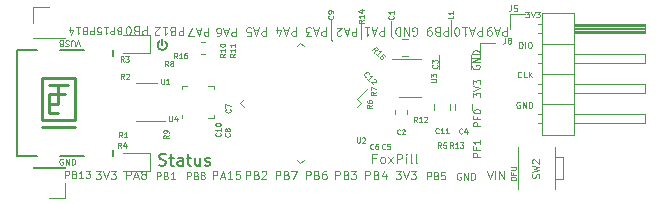
<source format=gbr>
%TF.GenerationSoftware,KiCad,Pcbnew,(5.99.0-7355-g8781ce7efb)*%
%TF.CreationDate,2021-01-22T11:19:25+01:00*%
%TF.ProjectId,FoxPill,466f7850-696c-46c2-9e6b-696361645f70,rev?*%
%TF.SameCoordinates,Original*%
%TF.FileFunction,Legend,Top*%
%TF.FilePolarity,Positive*%
%FSLAX46Y46*%
G04 Gerber Fmt 4.6, Leading zero omitted, Abs format (unit mm)*
G04 Created by KiCad (PCBNEW (5.99.0-7355-g8781ce7efb)) date 2021-01-22 11:19:25*
%MOMM*%
%LPD*%
G01*
G04 APERTURE LIST*
%ADD10C,0.250000*%
%ADD11C,0.100000*%
%ADD12C,0.150000*%
%ADD13C,0.120000*%
%ADD14C,0.112500*%
%ADD15C,0.125000*%
G04 APERTURE END LIST*
D10*
X21400000Y-29450000D02*
X22200000Y-29450000D01*
D11*
X45250000Y-23150000D02*
X45400000Y-23300000D01*
D10*
X21400000Y-27850000D02*
X21400000Y-29450000D01*
D12*
X31000000Y-23150000D02*
X31000000Y-23700000D01*
D10*
X23600000Y-30050000D02*
X23600000Y-26450000D01*
X22200000Y-28650000D02*
X21400000Y-28650000D01*
X23000000Y-27050000D02*
X21400000Y-27050000D01*
D11*
X50350000Y-22900000D02*
X50500000Y-23050000D01*
D10*
X23600000Y-26450000D02*
X20800000Y-26450000D01*
D11*
X47850000Y-21925000D02*
X47850000Y-23175000D01*
D10*
X22200000Y-27850000D02*
X22200000Y-28650000D01*
D11*
X45250000Y-21600000D02*
X45250000Y-23150000D01*
D10*
X22200000Y-27050000D02*
X22200000Y-27850000D01*
D11*
X50350000Y-21650000D02*
X50350000Y-22900000D01*
D10*
X22200000Y-27850000D02*
X21400000Y-27850000D01*
D11*
X55450000Y-21600000D02*
X55450000Y-22950000D01*
D10*
X23600000Y-30650000D02*
X20800000Y-30650000D01*
X22200000Y-27850000D02*
X22800000Y-27850000D01*
X20800000Y-30050000D02*
X23600000Y-30050000D01*
D12*
X31224996Y-23362493D02*
G75*
G02*
X30775000Y-23362493I-224998J-337370D01*
G01*
D10*
X20800000Y-26450000D02*
X20800000Y-30050000D01*
D12*
X30727976Y-33844761D02*
X30870833Y-33892380D01*
X31108928Y-33892380D01*
X31204166Y-33844761D01*
X31251785Y-33797142D01*
X31299404Y-33701904D01*
X31299404Y-33606666D01*
X31251785Y-33511428D01*
X31204166Y-33463809D01*
X31108928Y-33416190D01*
X30918452Y-33368571D01*
X30823214Y-33320952D01*
X30775595Y-33273333D01*
X30727976Y-33178095D01*
X30727976Y-33082857D01*
X30775595Y-32987619D01*
X30823214Y-32940000D01*
X30918452Y-32892380D01*
X31156547Y-32892380D01*
X31299404Y-32940000D01*
X31585119Y-33225714D02*
X31966071Y-33225714D01*
X31727976Y-32892380D02*
X31727976Y-33749523D01*
X31775595Y-33844761D01*
X31870833Y-33892380D01*
X31966071Y-33892380D01*
X32727976Y-33892380D02*
X32727976Y-33368571D01*
X32680357Y-33273333D01*
X32585119Y-33225714D01*
X32394642Y-33225714D01*
X32299404Y-33273333D01*
X32727976Y-33844761D02*
X32632738Y-33892380D01*
X32394642Y-33892380D01*
X32299404Y-33844761D01*
X32251785Y-33749523D01*
X32251785Y-33654285D01*
X32299404Y-33559047D01*
X32394642Y-33511428D01*
X32632738Y-33511428D01*
X32727976Y-33463809D01*
X33061309Y-33225714D02*
X33442261Y-33225714D01*
X33204166Y-32892380D02*
X33204166Y-33749523D01*
X33251785Y-33844761D01*
X33347023Y-33892380D01*
X33442261Y-33892380D01*
X34204166Y-33225714D02*
X34204166Y-33892380D01*
X33775595Y-33225714D02*
X33775595Y-33749523D01*
X33823214Y-33844761D01*
X33918452Y-33892380D01*
X34061309Y-33892380D01*
X34156547Y-33844761D01*
X34204166Y-33797142D01*
X34632738Y-33844761D02*
X34727976Y-33892380D01*
X34918452Y-33892380D01*
X35013690Y-33844761D01*
X35061309Y-33749523D01*
X35061309Y-33701904D01*
X35013690Y-33606666D01*
X34918452Y-33559047D01*
X34775595Y-33559047D01*
X34680357Y-33511428D01*
X34632738Y-33416190D01*
X34632738Y-33368571D01*
X34680357Y-33273333D01*
X34775595Y-33225714D01*
X34918452Y-33225714D01*
X35013690Y-33273333D01*
D11*
X61269047Y-28525000D02*
X61221428Y-28501190D01*
X61150000Y-28501190D01*
X61078571Y-28525000D01*
X61030952Y-28572619D01*
X61007142Y-28620238D01*
X60983333Y-28715476D01*
X60983333Y-28786904D01*
X61007142Y-28882142D01*
X61030952Y-28929761D01*
X61078571Y-28977380D01*
X61150000Y-29001190D01*
X61197619Y-29001190D01*
X61269047Y-28977380D01*
X61292857Y-28953571D01*
X61292857Y-28786904D01*
X61197619Y-28786904D01*
X61507142Y-29001190D02*
X61507142Y-28501190D01*
X61792857Y-29001190D01*
X61792857Y-28501190D01*
X62030952Y-29001190D02*
X62030952Y-28501190D01*
X62150000Y-28501190D01*
X62221428Y-28525000D01*
X62269047Y-28572619D01*
X62292857Y-28620238D01*
X62316666Y-28715476D01*
X62316666Y-28786904D01*
X62292857Y-28882142D01*
X62269047Y-28929761D01*
X62221428Y-28977380D01*
X62150000Y-29001190D01*
X62030952Y-29001190D01*
X61402380Y-26378571D02*
X61378571Y-26402380D01*
X61307142Y-26426190D01*
X61259523Y-26426190D01*
X61188095Y-26402380D01*
X61140476Y-26354761D01*
X61116666Y-26307142D01*
X61092857Y-26211904D01*
X61092857Y-26140476D01*
X61116666Y-26045238D01*
X61140476Y-25997619D01*
X61188095Y-25950000D01*
X61259523Y-25926190D01*
X61307142Y-25926190D01*
X61378571Y-25950000D01*
X61402380Y-25973809D01*
X61854761Y-26426190D02*
X61616666Y-26426190D01*
X61616666Y-25926190D01*
X62021428Y-26426190D02*
X62021428Y-25926190D01*
X62307142Y-26426190D02*
X62092857Y-26140476D01*
X62307142Y-25926190D02*
X62021428Y-26211904D01*
X61238095Y-23926190D02*
X61238095Y-23426190D01*
X61357142Y-23426190D01*
X61428571Y-23450000D01*
X61476190Y-23497619D01*
X61500000Y-23545238D01*
X61523809Y-23640476D01*
X61523809Y-23711904D01*
X61500000Y-23807142D01*
X61476190Y-23854761D01*
X61428571Y-23902380D01*
X61357142Y-23926190D01*
X61238095Y-23926190D01*
X61738095Y-23926190D02*
X61738095Y-23426190D01*
X62071428Y-23426190D02*
X62166666Y-23426190D01*
X62214285Y-23450000D01*
X62261904Y-23497619D01*
X62285714Y-23592857D01*
X62285714Y-23759523D01*
X62261904Y-23854761D01*
X62214285Y-23902380D01*
X62166666Y-23926190D01*
X62071428Y-23926190D01*
X62023809Y-23902380D01*
X61976190Y-23854761D01*
X61952380Y-23759523D01*
X61952380Y-23592857D01*
X61976190Y-23497619D01*
X62023809Y-23450000D01*
X62071428Y-23426190D01*
X22796428Y-34946428D02*
X22796428Y-34346428D01*
X23025000Y-34346428D01*
X23082142Y-34375000D01*
X23110714Y-34403571D01*
X23139285Y-34460714D01*
X23139285Y-34546428D01*
X23110714Y-34603571D01*
X23082142Y-34632142D01*
X23025000Y-34660714D01*
X22796428Y-34660714D01*
X23596428Y-34632142D02*
X23682142Y-34660714D01*
X23710714Y-34689285D01*
X23739285Y-34746428D01*
X23739285Y-34832142D01*
X23710714Y-34889285D01*
X23682142Y-34917857D01*
X23625000Y-34946428D01*
X23396428Y-34946428D01*
X23396428Y-34346428D01*
X23596428Y-34346428D01*
X23653571Y-34375000D01*
X23682142Y-34403571D01*
X23710714Y-34460714D01*
X23710714Y-34517857D01*
X23682142Y-34575000D01*
X23653571Y-34603571D01*
X23596428Y-34632142D01*
X23396428Y-34632142D01*
X24310714Y-34946428D02*
X23967857Y-34946428D01*
X24139285Y-34946428D02*
X24139285Y-34346428D01*
X24082142Y-34432142D01*
X24025000Y-34489285D01*
X23967857Y-34517857D01*
X24510714Y-34346428D02*
X24882142Y-34346428D01*
X24682142Y-34575000D01*
X24767857Y-34575000D01*
X24825000Y-34603571D01*
X24853571Y-34632142D01*
X24882142Y-34689285D01*
X24882142Y-34832142D01*
X24853571Y-34889285D01*
X24825000Y-34917857D01*
X24767857Y-34946428D01*
X24596428Y-34946428D01*
X24539285Y-34917857D01*
X24510714Y-34889285D01*
X38058333Y-35041666D02*
X38058333Y-34341666D01*
X38325000Y-34341666D01*
X38391666Y-34375000D01*
X38425000Y-34408333D01*
X38458333Y-34475000D01*
X38458333Y-34575000D01*
X38425000Y-34641666D01*
X38391666Y-34675000D01*
X38325000Y-34708333D01*
X38058333Y-34708333D01*
X38991666Y-34675000D02*
X39091666Y-34708333D01*
X39125000Y-34741666D01*
X39158333Y-34808333D01*
X39158333Y-34908333D01*
X39125000Y-34975000D01*
X39091666Y-35008333D01*
X39025000Y-35041666D01*
X38758333Y-35041666D01*
X38758333Y-34341666D01*
X38991666Y-34341666D01*
X39058333Y-34375000D01*
X39091666Y-34408333D01*
X39125000Y-34475000D01*
X39125000Y-34541666D01*
X39091666Y-34608333D01*
X39058333Y-34641666D01*
X38991666Y-34675000D01*
X38758333Y-34675000D01*
X39425000Y-34408333D02*
X39458333Y-34375000D01*
X39525000Y-34341666D01*
X39691666Y-34341666D01*
X39758333Y-34375000D01*
X39791666Y-34408333D01*
X39825000Y-34475000D01*
X39825000Y-34541666D01*
X39791666Y-34641666D01*
X39391666Y-35041666D01*
X39825000Y-35041666D01*
X27958333Y-35041666D02*
X27958333Y-34341666D01*
X28225000Y-34341666D01*
X28291666Y-34375000D01*
X28325000Y-34408333D01*
X28358333Y-34475000D01*
X28358333Y-34575000D01*
X28325000Y-34641666D01*
X28291666Y-34675000D01*
X28225000Y-34708333D01*
X27958333Y-34708333D01*
X28625000Y-34841666D02*
X28958333Y-34841666D01*
X28558333Y-35041666D02*
X28791666Y-34341666D01*
X29025000Y-35041666D01*
X29358333Y-34641666D02*
X29291666Y-34608333D01*
X29258333Y-34575000D01*
X29225000Y-34508333D01*
X29225000Y-34475000D01*
X29258333Y-34408333D01*
X29291666Y-34375000D01*
X29358333Y-34341666D01*
X29491666Y-34341666D01*
X29558333Y-34375000D01*
X29591666Y-34408333D01*
X29625000Y-34475000D01*
X29625000Y-34508333D01*
X29591666Y-34575000D01*
X29558333Y-34608333D01*
X29491666Y-34641666D01*
X29358333Y-34641666D01*
X29291666Y-34675000D01*
X29258333Y-34708333D01*
X29225000Y-34775000D01*
X29225000Y-34908333D01*
X29258333Y-34975000D01*
X29291666Y-35008333D01*
X29358333Y-35041666D01*
X29491666Y-35041666D01*
X29558333Y-35008333D01*
X29591666Y-34975000D01*
X29625000Y-34908333D01*
X29625000Y-34775000D01*
X29591666Y-34708333D01*
X29558333Y-34675000D01*
X29491666Y-34641666D01*
X40608333Y-35041666D02*
X40608333Y-34341666D01*
X40875000Y-34341666D01*
X40941666Y-34375000D01*
X40975000Y-34408333D01*
X41008333Y-34475000D01*
X41008333Y-34575000D01*
X40975000Y-34641666D01*
X40941666Y-34675000D01*
X40875000Y-34708333D01*
X40608333Y-34708333D01*
X41541666Y-34675000D02*
X41641666Y-34708333D01*
X41675000Y-34741666D01*
X41708333Y-34808333D01*
X41708333Y-34908333D01*
X41675000Y-34975000D01*
X41641666Y-35008333D01*
X41575000Y-35041666D01*
X41308333Y-35041666D01*
X41308333Y-34341666D01*
X41541666Y-34341666D01*
X41608333Y-34375000D01*
X41641666Y-34408333D01*
X41675000Y-34475000D01*
X41675000Y-34541666D01*
X41641666Y-34608333D01*
X41608333Y-34641666D01*
X41541666Y-34675000D01*
X41308333Y-34675000D01*
X41941666Y-34341666D02*
X42408333Y-34341666D01*
X42108333Y-35041666D01*
X33082142Y-35046428D02*
X33082142Y-34446428D01*
X33310714Y-34446428D01*
X33367857Y-34475000D01*
X33396428Y-34503571D01*
X33425000Y-34560714D01*
X33425000Y-34646428D01*
X33396428Y-34703571D01*
X33367857Y-34732142D01*
X33310714Y-34760714D01*
X33082142Y-34760714D01*
X33882142Y-34732142D02*
X33967857Y-34760714D01*
X33996428Y-34789285D01*
X34025000Y-34846428D01*
X34025000Y-34932142D01*
X33996428Y-34989285D01*
X33967857Y-35017857D01*
X33910714Y-35046428D01*
X33682142Y-35046428D01*
X33682142Y-34446428D01*
X33882142Y-34446428D01*
X33939285Y-34475000D01*
X33967857Y-34503571D01*
X33996428Y-34560714D01*
X33996428Y-34617857D01*
X33967857Y-34675000D01*
X33939285Y-34703571D01*
X33882142Y-34732142D01*
X33682142Y-34732142D01*
X34367857Y-34703571D02*
X34310714Y-34675000D01*
X34282142Y-34646428D01*
X34253571Y-34589285D01*
X34253571Y-34560714D01*
X34282142Y-34503571D01*
X34310714Y-34475000D01*
X34367857Y-34446428D01*
X34482142Y-34446428D01*
X34539285Y-34475000D01*
X34567857Y-34503571D01*
X34596428Y-34560714D01*
X34596428Y-34589285D01*
X34567857Y-34646428D01*
X34539285Y-34675000D01*
X34482142Y-34703571D01*
X34367857Y-34703571D01*
X34310714Y-34732142D01*
X34282142Y-34760714D01*
X34253571Y-34817857D01*
X34253571Y-34932142D01*
X34282142Y-34989285D01*
X34310714Y-35017857D01*
X34367857Y-35046428D01*
X34482142Y-35046428D01*
X34539285Y-35017857D01*
X34567857Y-34989285D01*
X34596428Y-34932142D01*
X34596428Y-34817857D01*
X34567857Y-34760714D01*
X34539285Y-34732142D01*
X34482142Y-34703571D01*
X35275000Y-35041666D02*
X35275000Y-34341666D01*
X35541666Y-34341666D01*
X35608333Y-34375000D01*
X35641666Y-34408333D01*
X35675000Y-34475000D01*
X35675000Y-34575000D01*
X35641666Y-34641666D01*
X35608333Y-34675000D01*
X35541666Y-34708333D01*
X35275000Y-34708333D01*
X35941666Y-34841666D02*
X36275000Y-34841666D01*
X35875000Y-35041666D02*
X36108333Y-34341666D01*
X36341666Y-35041666D01*
X36941666Y-35041666D02*
X36541666Y-35041666D01*
X36741666Y-35041666D02*
X36741666Y-34341666D01*
X36675000Y-34441666D01*
X36608333Y-34508333D01*
X36541666Y-34541666D01*
X37575000Y-34341666D02*
X37241666Y-34341666D01*
X37208333Y-34675000D01*
X37241666Y-34641666D01*
X37308333Y-34608333D01*
X37475000Y-34608333D01*
X37541666Y-34641666D01*
X37575000Y-34675000D01*
X37608333Y-34741666D01*
X37608333Y-34908333D01*
X37575000Y-34975000D01*
X37541666Y-35008333D01*
X37475000Y-35041666D01*
X37308333Y-35041666D01*
X37241666Y-35008333D01*
X37208333Y-34975000D01*
X30532142Y-35046428D02*
X30532142Y-34446428D01*
X30760714Y-34446428D01*
X30817857Y-34475000D01*
X30846428Y-34503571D01*
X30875000Y-34560714D01*
X30875000Y-34646428D01*
X30846428Y-34703571D01*
X30817857Y-34732142D01*
X30760714Y-34760714D01*
X30532142Y-34760714D01*
X31332142Y-34732142D02*
X31417857Y-34760714D01*
X31446428Y-34789285D01*
X31475000Y-34846428D01*
X31475000Y-34932142D01*
X31446428Y-34989285D01*
X31417857Y-35017857D01*
X31360714Y-35046428D01*
X31132142Y-35046428D01*
X31132142Y-34446428D01*
X31332142Y-34446428D01*
X31389285Y-34475000D01*
X31417857Y-34503571D01*
X31446428Y-34560714D01*
X31446428Y-34617857D01*
X31417857Y-34675000D01*
X31389285Y-34703571D01*
X31332142Y-34732142D01*
X31132142Y-34732142D01*
X32046428Y-35046428D02*
X31703571Y-35046428D01*
X31875000Y-35046428D02*
X31875000Y-34446428D01*
X31817857Y-34532142D01*
X31760714Y-34589285D01*
X31703571Y-34617857D01*
X58508333Y-34341666D02*
X58741666Y-35041666D01*
X58975000Y-34341666D01*
X59208333Y-35041666D02*
X59208333Y-34341666D01*
X59541666Y-35041666D02*
X59541666Y-34341666D01*
X59941666Y-35041666D01*
X59941666Y-34341666D01*
X56267857Y-34525000D02*
X56210714Y-34496428D01*
X56125000Y-34496428D01*
X56039285Y-34525000D01*
X55982142Y-34582142D01*
X55953571Y-34639285D01*
X55925000Y-34753571D01*
X55925000Y-34839285D01*
X55953571Y-34953571D01*
X55982142Y-35010714D01*
X56039285Y-35067857D01*
X56125000Y-35096428D01*
X56182142Y-35096428D01*
X56267857Y-35067857D01*
X56296428Y-35039285D01*
X56296428Y-34839285D01*
X56182142Y-34839285D01*
X56553571Y-35096428D02*
X56553571Y-34496428D01*
X56896428Y-35096428D01*
X56896428Y-34496428D01*
X57182142Y-35096428D02*
X57182142Y-34496428D01*
X57325000Y-34496428D01*
X57410714Y-34525000D01*
X57467857Y-34582142D01*
X57496428Y-34639285D01*
X57525000Y-34753571D01*
X57525000Y-34839285D01*
X57496428Y-34953571D01*
X57467857Y-35010714D01*
X57410714Y-35067857D01*
X57325000Y-35096428D01*
X57182142Y-35096428D01*
X43158333Y-35041666D02*
X43158333Y-34341666D01*
X43425000Y-34341666D01*
X43491666Y-34375000D01*
X43525000Y-34408333D01*
X43558333Y-34475000D01*
X43558333Y-34575000D01*
X43525000Y-34641666D01*
X43491666Y-34675000D01*
X43425000Y-34708333D01*
X43158333Y-34708333D01*
X44091666Y-34675000D02*
X44191666Y-34708333D01*
X44225000Y-34741666D01*
X44258333Y-34808333D01*
X44258333Y-34908333D01*
X44225000Y-34975000D01*
X44191666Y-35008333D01*
X44125000Y-35041666D01*
X43858333Y-35041666D01*
X43858333Y-34341666D01*
X44091666Y-34341666D01*
X44158333Y-34375000D01*
X44191666Y-34408333D01*
X44225000Y-34475000D01*
X44225000Y-34541666D01*
X44191666Y-34608333D01*
X44158333Y-34641666D01*
X44091666Y-34675000D01*
X43858333Y-34675000D01*
X44858333Y-34341666D02*
X44725000Y-34341666D01*
X44658333Y-34375000D01*
X44625000Y-34408333D01*
X44558333Y-34508333D01*
X44525000Y-34641666D01*
X44525000Y-34908333D01*
X44558333Y-34975000D01*
X44591666Y-35008333D01*
X44658333Y-35041666D01*
X44791666Y-35041666D01*
X44858333Y-35008333D01*
X44891666Y-34975000D01*
X44925000Y-34908333D01*
X44925000Y-34741666D01*
X44891666Y-34675000D01*
X44858333Y-34641666D01*
X44791666Y-34608333D01*
X44658333Y-34608333D01*
X44591666Y-34641666D01*
X44558333Y-34675000D01*
X44525000Y-34741666D01*
X50758333Y-34341666D02*
X51191666Y-34341666D01*
X50958333Y-34608333D01*
X51058333Y-34608333D01*
X51125000Y-34641666D01*
X51158333Y-34675000D01*
X51191666Y-34741666D01*
X51191666Y-34908333D01*
X51158333Y-34975000D01*
X51125000Y-35008333D01*
X51058333Y-35041666D01*
X50858333Y-35041666D01*
X50791666Y-35008333D01*
X50758333Y-34975000D01*
X51391666Y-34341666D02*
X51625000Y-35041666D01*
X51858333Y-34341666D01*
X52025000Y-34341666D02*
X52458333Y-34341666D01*
X52225000Y-34608333D01*
X52325000Y-34608333D01*
X52391666Y-34641666D01*
X52425000Y-34675000D01*
X52458333Y-34741666D01*
X52458333Y-34908333D01*
X52425000Y-34975000D01*
X52391666Y-35008333D01*
X52325000Y-35041666D01*
X52125000Y-35041666D01*
X52058333Y-35008333D01*
X52025000Y-34975000D01*
X45658333Y-35041666D02*
X45658333Y-34341666D01*
X45925000Y-34341666D01*
X45991666Y-34375000D01*
X46025000Y-34408333D01*
X46058333Y-34475000D01*
X46058333Y-34575000D01*
X46025000Y-34641666D01*
X45991666Y-34675000D01*
X45925000Y-34708333D01*
X45658333Y-34708333D01*
X46591666Y-34675000D02*
X46691666Y-34708333D01*
X46725000Y-34741666D01*
X46758333Y-34808333D01*
X46758333Y-34908333D01*
X46725000Y-34975000D01*
X46691666Y-35008333D01*
X46625000Y-35041666D01*
X46358333Y-35041666D01*
X46358333Y-34341666D01*
X46591666Y-34341666D01*
X46658333Y-34375000D01*
X46691666Y-34408333D01*
X46725000Y-34475000D01*
X46725000Y-34541666D01*
X46691666Y-34608333D01*
X46658333Y-34641666D01*
X46591666Y-34675000D01*
X46358333Y-34675000D01*
X46991666Y-34341666D02*
X47425000Y-34341666D01*
X47191666Y-34608333D01*
X47291666Y-34608333D01*
X47358333Y-34641666D01*
X47391666Y-34675000D01*
X47425000Y-34741666D01*
X47425000Y-34908333D01*
X47391666Y-34975000D01*
X47358333Y-35008333D01*
X47291666Y-35041666D01*
X47091666Y-35041666D01*
X47025000Y-35008333D01*
X46991666Y-34975000D01*
X48208333Y-35041666D02*
X48208333Y-34341666D01*
X48475000Y-34341666D01*
X48541666Y-34375000D01*
X48575000Y-34408333D01*
X48608333Y-34475000D01*
X48608333Y-34575000D01*
X48575000Y-34641666D01*
X48541666Y-34675000D01*
X48475000Y-34708333D01*
X48208333Y-34708333D01*
X49141666Y-34675000D02*
X49241666Y-34708333D01*
X49275000Y-34741666D01*
X49308333Y-34808333D01*
X49308333Y-34908333D01*
X49275000Y-34975000D01*
X49241666Y-35008333D01*
X49175000Y-35041666D01*
X48908333Y-35041666D01*
X48908333Y-34341666D01*
X49141666Y-34341666D01*
X49208333Y-34375000D01*
X49241666Y-34408333D01*
X49275000Y-34475000D01*
X49275000Y-34541666D01*
X49241666Y-34608333D01*
X49208333Y-34641666D01*
X49141666Y-34675000D01*
X48908333Y-34675000D01*
X49908333Y-34575000D02*
X49908333Y-35041666D01*
X49741666Y-34308333D02*
X49575000Y-34808333D01*
X50008333Y-34808333D01*
X53432142Y-35046428D02*
X53432142Y-34446428D01*
X53660714Y-34446428D01*
X53717857Y-34475000D01*
X53746428Y-34503571D01*
X53775000Y-34560714D01*
X53775000Y-34646428D01*
X53746428Y-34703571D01*
X53717857Y-34732142D01*
X53660714Y-34760714D01*
X53432142Y-34760714D01*
X54232142Y-34732142D02*
X54317857Y-34760714D01*
X54346428Y-34789285D01*
X54375000Y-34846428D01*
X54375000Y-34932142D01*
X54346428Y-34989285D01*
X54317857Y-35017857D01*
X54260714Y-35046428D01*
X54032142Y-35046428D01*
X54032142Y-34446428D01*
X54232142Y-34446428D01*
X54289285Y-34475000D01*
X54317857Y-34503571D01*
X54346428Y-34560714D01*
X54346428Y-34617857D01*
X54317857Y-34675000D01*
X54289285Y-34703571D01*
X54232142Y-34732142D01*
X54032142Y-34732142D01*
X54917857Y-34446428D02*
X54632142Y-34446428D01*
X54603571Y-34732142D01*
X54632142Y-34703571D01*
X54689285Y-34675000D01*
X54832142Y-34675000D01*
X54889285Y-34703571D01*
X54917857Y-34732142D01*
X54946428Y-34789285D01*
X54946428Y-34932142D01*
X54917857Y-34989285D01*
X54889285Y-35017857D01*
X54832142Y-35046428D01*
X54689285Y-35046428D01*
X54632142Y-35017857D01*
X54603571Y-34989285D01*
X32800000Y-22158333D02*
X32800000Y-22858333D01*
X32533333Y-22858333D01*
X32466666Y-22825000D01*
X32433333Y-22791666D01*
X32400000Y-22725000D01*
X32400000Y-22625000D01*
X32433333Y-22558333D01*
X32466666Y-22525000D01*
X32533333Y-22491666D01*
X32800000Y-22491666D01*
X31866666Y-22525000D02*
X31766666Y-22491666D01*
X31733333Y-22458333D01*
X31700000Y-22391666D01*
X31700000Y-22291666D01*
X31733333Y-22225000D01*
X31766666Y-22191666D01*
X31833333Y-22158333D01*
X32100000Y-22158333D01*
X32100000Y-22858333D01*
X31866666Y-22858333D01*
X31800000Y-22825000D01*
X31766666Y-22791666D01*
X31733333Y-22725000D01*
X31733333Y-22658333D01*
X31766666Y-22591666D01*
X31800000Y-22558333D01*
X31866666Y-22525000D01*
X32100000Y-22525000D01*
X31033333Y-22158333D02*
X31433333Y-22158333D01*
X31233333Y-22158333D02*
X31233333Y-22858333D01*
X31300000Y-22758333D01*
X31366666Y-22691666D01*
X31433333Y-22658333D01*
X30766666Y-22791666D02*
X30733333Y-22825000D01*
X30666666Y-22858333D01*
X30500000Y-22858333D01*
X30433333Y-22825000D01*
X30400000Y-22791666D01*
X30366666Y-22725000D01*
X30366666Y-22658333D01*
X30400000Y-22558333D01*
X30800000Y-22158333D01*
X30366666Y-22158333D01*
X29696666Y-22093333D02*
X29696666Y-22793333D01*
X29430000Y-22793333D01*
X29363333Y-22760000D01*
X29330000Y-22726666D01*
X29296666Y-22660000D01*
X29296666Y-22560000D01*
X29330000Y-22493333D01*
X29363333Y-22460000D01*
X29430000Y-22426666D01*
X29696666Y-22426666D01*
X28763333Y-22460000D02*
X28663333Y-22426666D01*
X28630000Y-22393333D01*
X28596666Y-22326666D01*
X28596666Y-22226666D01*
X28630000Y-22160000D01*
X28663333Y-22126666D01*
X28730000Y-22093333D01*
X28996666Y-22093333D01*
X28996666Y-22793333D01*
X28763333Y-22793333D01*
X28696666Y-22760000D01*
X28663333Y-22726666D01*
X28630000Y-22660000D01*
X28630000Y-22593333D01*
X28663333Y-22526666D01*
X28696666Y-22493333D01*
X28763333Y-22460000D01*
X28996666Y-22460000D01*
X28163333Y-22793333D02*
X28096666Y-22793333D01*
X28030000Y-22760000D01*
X27996666Y-22726666D01*
X27963333Y-22660000D01*
X27930000Y-22526666D01*
X27930000Y-22360000D01*
X27963333Y-22226666D01*
X27996666Y-22160000D01*
X28030000Y-22126666D01*
X28096666Y-22093333D01*
X28163333Y-22093333D01*
X28230000Y-22126666D01*
X28263333Y-22160000D01*
X28296666Y-22226666D01*
X28330000Y-22360000D01*
X28330000Y-22526666D01*
X28296666Y-22660000D01*
X28263333Y-22726666D01*
X28230000Y-22760000D01*
X28163333Y-22793333D01*
X58075000Y-22183333D02*
X58075000Y-22883333D01*
X57808333Y-22883333D01*
X57741666Y-22850000D01*
X57708333Y-22816666D01*
X57675000Y-22750000D01*
X57675000Y-22650000D01*
X57708333Y-22583333D01*
X57741666Y-22550000D01*
X57808333Y-22516666D01*
X58075000Y-22516666D01*
X57408333Y-22383333D02*
X57075000Y-22383333D01*
X57475000Y-22183333D02*
X57241666Y-22883333D01*
X57008333Y-22183333D01*
X56408333Y-22183333D02*
X56808333Y-22183333D01*
X56608333Y-22183333D02*
X56608333Y-22883333D01*
X56675000Y-22783333D01*
X56741666Y-22716666D01*
X56808333Y-22683333D01*
X55975000Y-22883333D02*
X55908333Y-22883333D01*
X55841666Y-22850000D01*
X55808333Y-22816666D01*
X55775000Y-22750000D01*
X55741666Y-22616666D01*
X55741666Y-22450000D01*
X55775000Y-22316666D01*
X55808333Y-22250000D01*
X55841666Y-22216666D01*
X55908333Y-22183333D01*
X55975000Y-22183333D01*
X56041666Y-22216666D01*
X56075000Y-22250000D01*
X56108333Y-22316666D01*
X56141666Y-22450000D01*
X56141666Y-22616666D01*
X56108333Y-22750000D01*
X56075000Y-22816666D01*
X56041666Y-22850000D01*
X55975000Y-22883333D01*
X55191666Y-22183333D02*
X55191666Y-22883333D01*
X54925000Y-22883333D01*
X54858333Y-22850000D01*
X54825000Y-22816666D01*
X54791666Y-22750000D01*
X54791666Y-22650000D01*
X54825000Y-22583333D01*
X54858333Y-22550000D01*
X54925000Y-22516666D01*
X55191666Y-22516666D01*
X54258333Y-22550000D02*
X54158333Y-22516666D01*
X54125000Y-22483333D01*
X54091666Y-22416666D01*
X54091666Y-22316666D01*
X54125000Y-22250000D01*
X54158333Y-22216666D01*
X54225000Y-22183333D01*
X54491666Y-22183333D01*
X54491666Y-22883333D01*
X54258333Y-22883333D01*
X54191666Y-22850000D01*
X54158333Y-22816666D01*
X54125000Y-22750000D01*
X54125000Y-22683333D01*
X54158333Y-22616666D01*
X54191666Y-22583333D01*
X54258333Y-22550000D01*
X54491666Y-22550000D01*
X53758333Y-22183333D02*
X53625000Y-22183333D01*
X53558333Y-22216666D01*
X53525000Y-22250000D01*
X53458333Y-22350000D01*
X53425000Y-22483333D01*
X53425000Y-22750000D01*
X53458333Y-22816666D01*
X53491666Y-22850000D01*
X53558333Y-22883333D01*
X53691666Y-22883333D01*
X53758333Y-22850000D01*
X53791666Y-22816666D01*
X53825000Y-22750000D01*
X53825000Y-22583333D01*
X53791666Y-22516666D01*
X53758333Y-22483333D01*
X53691666Y-22450000D01*
X53558333Y-22450000D01*
X53491666Y-22483333D01*
X53458333Y-22516666D01*
X53425000Y-22583333D01*
X39791666Y-22183333D02*
X39791666Y-22883333D01*
X39525000Y-22883333D01*
X39458333Y-22850000D01*
X39425000Y-22816666D01*
X39391666Y-22750000D01*
X39391666Y-22650000D01*
X39425000Y-22583333D01*
X39458333Y-22550000D01*
X39525000Y-22516666D01*
X39791666Y-22516666D01*
X39125000Y-22383333D02*
X38791666Y-22383333D01*
X39191666Y-22183333D02*
X38958333Y-22883333D01*
X38725000Y-22183333D01*
X38158333Y-22883333D02*
X38491666Y-22883333D01*
X38525000Y-22550000D01*
X38491666Y-22583333D01*
X38425000Y-22616666D01*
X38258333Y-22616666D01*
X38191666Y-22583333D01*
X38158333Y-22550000D01*
X38125000Y-22483333D01*
X38125000Y-22316666D01*
X38158333Y-22250000D01*
X38191666Y-22216666D01*
X38258333Y-22183333D01*
X38425000Y-22183333D01*
X38491666Y-22216666D01*
X38525000Y-22250000D01*
X42316666Y-22183333D02*
X42316666Y-22883333D01*
X42050000Y-22883333D01*
X41983333Y-22850000D01*
X41950000Y-22816666D01*
X41916666Y-22750000D01*
X41916666Y-22650000D01*
X41950000Y-22583333D01*
X41983333Y-22550000D01*
X42050000Y-22516666D01*
X42316666Y-22516666D01*
X41650000Y-22383333D02*
X41316666Y-22383333D01*
X41716666Y-22183333D02*
X41483333Y-22883333D01*
X41250000Y-22183333D01*
X40716666Y-22650000D02*
X40716666Y-22183333D01*
X40883333Y-22916666D02*
X41050000Y-22416666D01*
X40616666Y-22416666D01*
X52208333Y-22850000D02*
X52275000Y-22883333D01*
X52375000Y-22883333D01*
X52475000Y-22850000D01*
X52541666Y-22783333D01*
X52575000Y-22716666D01*
X52608333Y-22583333D01*
X52608333Y-22483333D01*
X52575000Y-22350000D01*
X52541666Y-22283333D01*
X52475000Y-22216666D01*
X52375000Y-22183333D01*
X52308333Y-22183333D01*
X52208333Y-22216666D01*
X52175000Y-22250000D01*
X52175000Y-22483333D01*
X52308333Y-22483333D01*
X51875000Y-22183333D02*
X51875000Y-22883333D01*
X51475000Y-22183333D01*
X51475000Y-22883333D01*
X51141666Y-22183333D02*
X51141666Y-22883333D01*
X50975000Y-22883333D01*
X50875000Y-22850000D01*
X50808333Y-22783333D01*
X50775000Y-22716666D01*
X50741666Y-22583333D01*
X50741666Y-22483333D01*
X50775000Y-22350000D01*
X50808333Y-22283333D01*
X50875000Y-22216666D01*
X50975000Y-22183333D01*
X51141666Y-22183333D01*
X49796666Y-22183333D02*
X49796666Y-22883333D01*
X49530000Y-22883333D01*
X49463333Y-22850000D01*
X49430000Y-22816666D01*
X49396666Y-22750000D01*
X49396666Y-22650000D01*
X49430000Y-22583333D01*
X49463333Y-22550000D01*
X49530000Y-22516666D01*
X49796666Y-22516666D01*
X49130000Y-22383333D02*
X48796666Y-22383333D01*
X49196666Y-22183333D02*
X48963333Y-22883333D01*
X48730000Y-22183333D01*
X48130000Y-22183333D02*
X48530000Y-22183333D01*
X48330000Y-22183333D02*
X48330000Y-22883333D01*
X48396666Y-22783333D01*
X48463333Y-22716666D01*
X48530000Y-22683333D01*
X47441666Y-22208333D02*
X47441666Y-22908333D01*
X47175000Y-22908333D01*
X47108333Y-22875000D01*
X47075000Y-22841666D01*
X47041666Y-22775000D01*
X47041666Y-22675000D01*
X47075000Y-22608333D01*
X47108333Y-22575000D01*
X47175000Y-22541666D01*
X47441666Y-22541666D01*
X46775000Y-22408333D02*
X46441666Y-22408333D01*
X46841666Y-22208333D02*
X46608333Y-22908333D01*
X46375000Y-22208333D01*
X46175000Y-22841666D02*
X46141666Y-22875000D01*
X46075000Y-22908333D01*
X45908333Y-22908333D01*
X45841666Y-22875000D01*
X45808333Y-22841666D01*
X45775000Y-22775000D01*
X45775000Y-22708333D01*
X45808333Y-22608333D01*
X46208333Y-22208333D01*
X45775000Y-22208333D01*
X44841666Y-22183333D02*
X44841666Y-22883333D01*
X44575000Y-22883333D01*
X44508333Y-22850000D01*
X44475000Y-22816666D01*
X44441666Y-22750000D01*
X44441666Y-22650000D01*
X44475000Y-22583333D01*
X44508333Y-22550000D01*
X44575000Y-22516666D01*
X44841666Y-22516666D01*
X44175000Y-22383333D02*
X43841666Y-22383333D01*
X44241666Y-22183333D02*
X44008333Y-22883333D01*
X43775000Y-22183333D01*
X43608333Y-22883333D02*
X43175000Y-22883333D01*
X43408333Y-22616666D01*
X43308333Y-22616666D01*
X43241666Y-22583333D01*
X43208333Y-22550000D01*
X43175000Y-22483333D01*
X43175000Y-22316666D01*
X43208333Y-22250000D01*
X43241666Y-22216666D01*
X43308333Y-22183333D01*
X43508333Y-22183333D01*
X43575000Y-22216666D01*
X43608333Y-22250000D01*
X25203571Y-22178571D02*
X25203571Y-22778571D01*
X24975000Y-22778571D01*
X24917857Y-22750000D01*
X24889285Y-22721428D01*
X24860714Y-22664285D01*
X24860714Y-22578571D01*
X24889285Y-22521428D01*
X24917857Y-22492857D01*
X24975000Y-22464285D01*
X25203571Y-22464285D01*
X24403571Y-22492857D02*
X24317857Y-22464285D01*
X24289285Y-22435714D01*
X24260714Y-22378571D01*
X24260714Y-22292857D01*
X24289285Y-22235714D01*
X24317857Y-22207142D01*
X24375000Y-22178571D01*
X24603571Y-22178571D01*
X24603571Y-22778571D01*
X24403571Y-22778571D01*
X24346428Y-22750000D01*
X24317857Y-22721428D01*
X24289285Y-22664285D01*
X24289285Y-22607142D01*
X24317857Y-22550000D01*
X24346428Y-22521428D01*
X24403571Y-22492857D01*
X24603571Y-22492857D01*
X23689285Y-22178571D02*
X24032142Y-22178571D01*
X23860714Y-22178571D02*
X23860714Y-22778571D01*
X23917857Y-22692857D01*
X23975000Y-22635714D01*
X24032142Y-22607142D01*
X23175000Y-22578571D02*
X23175000Y-22178571D01*
X23317857Y-22807142D02*
X23460714Y-22378571D01*
X23089285Y-22378571D01*
X27353571Y-22492857D02*
X27267857Y-22464285D01*
X27239285Y-22435714D01*
X27210714Y-22378571D01*
X27210714Y-22292857D01*
X27239285Y-22235714D01*
X27267857Y-22207142D01*
X27325000Y-22178571D01*
X27553571Y-22178571D01*
X27553571Y-22778571D01*
X27353571Y-22778571D01*
X27296428Y-22750000D01*
X27267857Y-22721428D01*
X27239285Y-22664285D01*
X27239285Y-22607142D01*
X27267857Y-22550000D01*
X27296428Y-22521428D01*
X27353571Y-22492857D01*
X27553571Y-22492857D01*
X26953571Y-22178571D02*
X26953571Y-22778571D01*
X26725000Y-22778571D01*
X26667857Y-22750000D01*
X26639285Y-22721428D01*
X26610714Y-22664285D01*
X26610714Y-22578571D01*
X26639285Y-22521428D01*
X26667857Y-22492857D01*
X26725000Y-22464285D01*
X26953571Y-22464285D01*
X26039285Y-22178571D02*
X26382142Y-22178571D01*
X26210714Y-22178571D02*
X26210714Y-22778571D01*
X26267857Y-22692857D01*
X26325000Y-22635714D01*
X26382142Y-22607142D01*
X25496428Y-22778571D02*
X25782142Y-22778571D01*
X25810714Y-22492857D01*
X25782142Y-22521428D01*
X25725000Y-22550000D01*
X25582142Y-22550000D01*
X25525000Y-22521428D01*
X25496428Y-22492857D01*
X25467857Y-22435714D01*
X25467857Y-22292857D01*
X25496428Y-22235714D01*
X25525000Y-22207142D01*
X25582142Y-22178571D01*
X25725000Y-22178571D01*
X25782142Y-22207142D01*
X25810714Y-22235714D01*
X37241666Y-22233333D02*
X37241666Y-22933333D01*
X36975000Y-22933333D01*
X36908333Y-22900000D01*
X36875000Y-22866666D01*
X36841666Y-22800000D01*
X36841666Y-22700000D01*
X36875000Y-22633333D01*
X36908333Y-22600000D01*
X36975000Y-22566666D01*
X37241666Y-22566666D01*
X36575000Y-22433333D02*
X36241666Y-22433333D01*
X36641666Y-22233333D02*
X36408333Y-22933333D01*
X36175000Y-22233333D01*
X35641666Y-22933333D02*
X35775000Y-22933333D01*
X35841666Y-22900000D01*
X35875000Y-22866666D01*
X35941666Y-22766666D01*
X35975000Y-22633333D01*
X35975000Y-22366666D01*
X35941666Y-22300000D01*
X35908333Y-22266666D01*
X35841666Y-22233333D01*
X35708333Y-22233333D01*
X35641666Y-22266666D01*
X35608333Y-22300000D01*
X35575000Y-22366666D01*
X35575000Y-22533333D01*
X35608333Y-22600000D01*
X35641666Y-22633333D01*
X35708333Y-22666666D01*
X35841666Y-22666666D01*
X35908333Y-22633333D01*
X35941666Y-22600000D01*
X35975000Y-22533333D01*
X34916666Y-22208333D02*
X34916666Y-22908333D01*
X34650000Y-22908333D01*
X34583333Y-22875000D01*
X34550000Y-22841666D01*
X34516666Y-22775000D01*
X34516666Y-22675000D01*
X34550000Y-22608333D01*
X34583333Y-22575000D01*
X34650000Y-22541666D01*
X34916666Y-22541666D01*
X34250000Y-22408333D02*
X33916666Y-22408333D01*
X34316666Y-22208333D02*
X34083333Y-22908333D01*
X33850000Y-22208333D01*
X33683333Y-22908333D02*
X33216666Y-22908333D01*
X33516666Y-22208333D01*
X60166666Y-22183333D02*
X60166666Y-22883333D01*
X59900000Y-22883333D01*
X59833333Y-22850000D01*
X59800000Y-22816666D01*
X59766666Y-22750000D01*
X59766666Y-22650000D01*
X59800000Y-22583333D01*
X59833333Y-22550000D01*
X59900000Y-22516666D01*
X60166666Y-22516666D01*
X59500000Y-22383333D02*
X59166666Y-22383333D01*
X59566666Y-22183333D02*
X59333333Y-22883333D01*
X59100000Y-22183333D01*
X58833333Y-22183333D02*
X58700000Y-22183333D01*
X58633333Y-22216666D01*
X58600000Y-22250000D01*
X58533333Y-22350000D01*
X58500000Y-22483333D01*
X58500000Y-22750000D01*
X58533333Y-22816666D01*
X58566666Y-22850000D01*
X58633333Y-22883333D01*
X58766666Y-22883333D01*
X58833333Y-22850000D01*
X58866666Y-22816666D01*
X58900000Y-22750000D01*
X58900000Y-22583333D01*
X58866666Y-22516666D01*
X58833333Y-22483333D01*
X58766666Y-22450000D01*
X58633333Y-22450000D01*
X58566666Y-22483333D01*
X58533333Y-22516666D01*
X58500000Y-22583333D01*
X24076666Y-23793809D02*
X23910000Y-23293809D01*
X23743333Y-23793809D01*
X23576666Y-23793809D02*
X23576666Y-23389047D01*
X23552857Y-23341428D01*
X23529047Y-23317619D01*
X23481428Y-23293809D01*
X23386190Y-23293809D01*
X23338571Y-23317619D01*
X23314761Y-23341428D01*
X23290952Y-23389047D01*
X23290952Y-23793809D01*
X23076666Y-23317619D02*
X23005238Y-23293809D01*
X22886190Y-23293809D01*
X22838571Y-23317619D01*
X22814761Y-23341428D01*
X22790952Y-23389047D01*
X22790952Y-23436666D01*
X22814761Y-23484285D01*
X22838571Y-23508095D01*
X22886190Y-23531904D01*
X22981428Y-23555714D01*
X23029047Y-23579523D01*
X23052857Y-23603333D01*
X23076666Y-23650952D01*
X23076666Y-23698571D01*
X23052857Y-23746190D01*
X23029047Y-23770000D01*
X22981428Y-23793809D01*
X22862380Y-23793809D01*
X22790952Y-23770000D01*
X22410000Y-23555714D02*
X22338571Y-23531904D01*
X22314761Y-23508095D01*
X22290952Y-23460476D01*
X22290952Y-23389047D01*
X22314761Y-23341428D01*
X22338571Y-23317619D01*
X22386190Y-23293809D01*
X22576666Y-23293809D01*
X22576666Y-23793809D01*
X22410000Y-23793809D01*
X22362380Y-23770000D01*
X22338571Y-23746190D01*
X22314761Y-23698571D01*
X22314761Y-23650952D01*
X22338571Y-23603333D01*
X22362380Y-23579523D01*
X22410000Y-23555714D01*
X22576666Y-23555714D01*
X61740952Y-20846190D02*
X62050476Y-20846190D01*
X61883809Y-21036666D01*
X61955238Y-21036666D01*
X62002857Y-21060476D01*
X62026666Y-21084285D01*
X62050476Y-21131904D01*
X62050476Y-21250952D01*
X62026666Y-21298571D01*
X62002857Y-21322380D01*
X61955238Y-21346190D01*
X61812380Y-21346190D01*
X61764761Y-21322380D01*
X61740952Y-21298571D01*
X62193333Y-20846190D02*
X62360000Y-21346190D01*
X62526666Y-20846190D01*
X62645714Y-20846190D02*
X62955238Y-20846190D01*
X62788571Y-21036666D01*
X62860000Y-21036666D01*
X62907619Y-21060476D01*
X62931428Y-21084285D01*
X62955238Y-21131904D01*
X62955238Y-21250952D01*
X62931428Y-21298571D01*
X62907619Y-21322380D01*
X62860000Y-21346190D01*
X62717142Y-21346190D01*
X62669523Y-21322380D01*
X62645714Y-21298571D01*
X57295000Y-25397142D02*
X57266428Y-25454285D01*
X57266428Y-25540000D01*
X57295000Y-25625714D01*
X57352142Y-25682857D01*
X57409285Y-25711428D01*
X57523571Y-25740000D01*
X57609285Y-25740000D01*
X57723571Y-25711428D01*
X57780714Y-25682857D01*
X57837857Y-25625714D01*
X57866428Y-25540000D01*
X57866428Y-25482857D01*
X57837857Y-25397142D01*
X57809285Y-25368571D01*
X57609285Y-25368571D01*
X57609285Y-25482857D01*
X57866428Y-25111428D02*
X57266428Y-25111428D01*
X57866428Y-24768571D01*
X57266428Y-24768571D01*
X57866428Y-24482857D02*
X57266428Y-24482857D01*
X57266428Y-24340000D01*
X57295000Y-24254285D01*
X57352142Y-24197142D01*
X57409285Y-24168571D01*
X57523571Y-24140000D01*
X57609285Y-24140000D01*
X57723571Y-24168571D01*
X57780714Y-24197142D01*
X57837857Y-24254285D01*
X57866428Y-24340000D01*
X57866428Y-24482857D01*
D13*
X49069047Y-33272857D02*
X48802380Y-33272857D01*
X48802380Y-33691904D02*
X48802380Y-32891904D01*
X49183333Y-32891904D01*
X49602380Y-33691904D02*
X49526190Y-33653809D01*
X49488095Y-33615714D01*
X49450000Y-33539523D01*
X49450000Y-33310952D01*
X49488095Y-33234761D01*
X49526190Y-33196666D01*
X49602380Y-33158571D01*
X49716666Y-33158571D01*
X49792857Y-33196666D01*
X49830952Y-33234761D01*
X49869047Y-33310952D01*
X49869047Y-33539523D01*
X49830952Y-33615714D01*
X49792857Y-33653809D01*
X49716666Y-33691904D01*
X49602380Y-33691904D01*
X50135714Y-33691904D02*
X50554761Y-33158571D01*
X50135714Y-33158571D02*
X50554761Y-33691904D01*
X50859523Y-33691904D02*
X50859523Y-32891904D01*
X51164285Y-32891904D01*
X51240476Y-32930000D01*
X51278571Y-32968095D01*
X51316666Y-33044285D01*
X51316666Y-33158571D01*
X51278571Y-33234761D01*
X51240476Y-33272857D01*
X51164285Y-33310952D01*
X50859523Y-33310952D01*
X51659523Y-33691904D02*
X51659523Y-33158571D01*
X51659523Y-32891904D02*
X51621428Y-32930000D01*
X51659523Y-32968095D01*
X51697619Y-32930000D01*
X51659523Y-32891904D01*
X51659523Y-32968095D01*
X52154761Y-33691904D02*
X52078571Y-33653809D01*
X52040476Y-33577619D01*
X52040476Y-32891904D01*
X52573809Y-33691904D02*
X52497619Y-33653809D01*
X52459523Y-33577619D01*
X52459523Y-32891904D01*
D11*
X22579047Y-33340000D02*
X22531428Y-33316190D01*
X22460000Y-33316190D01*
X22388571Y-33340000D01*
X22340952Y-33387619D01*
X22317142Y-33435238D01*
X22293333Y-33530476D01*
X22293333Y-33601904D01*
X22317142Y-33697142D01*
X22340952Y-33744761D01*
X22388571Y-33792380D01*
X22460000Y-33816190D01*
X22507619Y-33816190D01*
X22579047Y-33792380D01*
X22602857Y-33768571D01*
X22602857Y-33601904D01*
X22507619Y-33601904D01*
X22817142Y-33816190D02*
X22817142Y-33316190D01*
X23102857Y-33816190D01*
X23102857Y-33316190D01*
X23340952Y-33816190D02*
X23340952Y-33316190D01*
X23460000Y-33316190D01*
X23531428Y-33340000D01*
X23579047Y-33387619D01*
X23602857Y-33435238D01*
X23626666Y-33530476D01*
X23626666Y-33601904D01*
X23602857Y-33697142D01*
X23579047Y-33744761D01*
X23531428Y-33792380D01*
X23460000Y-33816190D01*
X23340952Y-33816190D01*
D14*
X60953571Y-35096428D02*
X60503571Y-35096428D01*
X60503571Y-34989285D01*
X60525000Y-34925000D01*
X60567857Y-34882142D01*
X60610714Y-34860714D01*
X60696428Y-34839285D01*
X60760714Y-34839285D01*
X60846428Y-34860714D01*
X60889285Y-34882142D01*
X60932142Y-34925000D01*
X60953571Y-34989285D01*
X60953571Y-35096428D01*
X60717857Y-34496428D02*
X60717857Y-34646428D01*
X60953571Y-34646428D02*
X60503571Y-34646428D01*
X60503571Y-34432142D01*
X60503571Y-34260714D02*
X60867857Y-34260714D01*
X60910714Y-34239285D01*
X60932142Y-34217857D01*
X60953571Y-34175000D01*
X60953571Y-34089285D01*
X60932142Y-34046428D01*
X60910714Y-34025000D01*
X60867857Y-34003571D01*
X60503571Y-34003571D01*
D11*
X57946428Y-30550000D02*
X57346428Y-30550000D01*
X57346428Y-30321428D01*
X57375000Y-30264285D01*
X57403571Y-30235714D01*
X57460714Y-30207142D01*
X57546428Y-30207142D01*
X57603571Y-30235714D01*
X57632142Y-30264285D01*
X57660714Y-30321428D01*
X57660714Y-30550000D01*
X57632142Y-29750000D02*
X57632142Y-29950000D01*
X57946428Y-29950000D02*
X57346428Y-29950000D01*
X57346428Y-29664285D01*
X57346428Y-29321428D02*
X57346428Y-29264285D01*
X57375000Y-29207142D01*
X57403571Y-29178571D01*
X57460714Y-29150000D01*
X57575000Y-29121428D01*
X57717857Y-29121428D01*
X57832142Y-29150000D01*
X57889285Y-29178571D01*
X57917857Y-29207142D01*
X57946428Y-29264285D01*
X57946428Y-29321428D01*
X57917857Y-29378571D01*
X57889285Y-29407142D01*
X57832142Y-29435714D01*
X57717857Y-29464285D01*
X57575000Y-29464285D01*
X57460714Y-29435714D01*
X57403571Y-29407142D01*
X57375000Y-29378571D01*
X57346428Y-29321428D01*
X57921428Y-33150000D02*
X57321428Y-33150000D01*
X57321428Y-32921428D01*
X57350000Y-32864285D01*
X57378571Y-32835714D01*
X57435714Y-32807142D01*
X57521428Y-32807142D01*
X57578571Y-32835714D01*
X57607142Y-32864285D01*
X57635714Y-32921428D01*
X57635714Y-33150000D01*
X57607142Y-32350000D02*
X57607142Y-32550000D01*
X57921428Y-32550000D02*
X57321428Y-32550000D01*
X57321428Y-32264285D01*
X57921428Y-31721428D02*
X57921428Y-32064285D01*
X57921428Y-31892857D02*
X57321428Y-31892857D01*
X57407142Y-31950000D01*
X57464285Y-32007142D01*
X57492857Y-32064285D01*
X57346428Y-28092857D02*
X57346428Y-27721428D01*
X57575000Y-27921428D01*
X57575000Y-27835714D01*
X57603571Y-27778571D01*
X57632142Y-27750000D01*
X57689285Y-27721428D01*
X57832142Y-27721428D01*
X57889285Y-27750000D01*
X57917857Y-27778571D01*
X57946428Y-27835714D01*
X57946428Y-28007142D01*
X57917857Y-28064285D01*
X57889285Y-28092857D01*
X57346428Y-27550000D02*
X57946428Y-27350000D01*
X57346428Y-27150000D01*
X57346428Y-27007142D02*
X57346428Y-26635714D01*
X57575000Y-26835714D01*
X57575000Y-26750000D01*
X57603571Y-26692857D01*
X57632142Y-26664285D01*
X57689285Y-26635714D01*
X57832142Y-26635714D01*
X57889285Y-26664285D01*
X57917857Y-26692857D01*
X57946428Y-26750000D01*
X57946428Y-26921428D01*
X57917857Y-26978571D01*
X57889285Y-27007142D01*
X25358333Y-34341666D02*
X25791666Y-34341666D01*
X25558333Y-34608333D01*
X25658333Y-34608333D01*
X25725000Y-34641666D01*
X25758333Y-34675000D01*
X25791666Y-34741666D01*
X25791666Y-34908333D01*
X25758333Y-34975000D01*
X25725000Y-35008333D01*
X25658333Y-35041666D01*
X25458333Y-35041666D01*
X25391666Y-35008333D01*
X25358333Y-34975000D01*
X25991666Y-34341666D02*
X26225000Y-35041666D01*
X26458333Y-34341666D01*
X26625000Y-34341666D02*
X27058333Y-34341666D01*
X26825000Y-34608333D01*
X26925000Y-34608333D01*
X26991666Y-34641666D01*
X27025000Y-34675000D01*
X27058333Y-34741666D01*
X27058333Y-34908333D01*
X27025000Y-34975000D01*
X26991666Y-35008333D01*
X26925000Y-35041666D01*
X26725000Y-35041666D01*
X26658333Y-35008333D01*
X26625000Y-34975000D01*
D14*
X27615000Y-31503571D02*
X27465000Y-31289285D01*
X27357857Y-31503571D02*
X27357857Y-31053571D01*
X27529285Y-31053571D01*
X27572142Y-31075000D01*
X27593571Y-31096428D01*
X27615000Y-31139285D01*
X27615000Y-31203571D01*
X27593571Y-31246428D01*
X27572142Y-31267857D01*
X27529285Y-31289285D01*
X27357857Y-31289285D01*
X28043571Y-31503571D02*
X27786428Y-31503571D01*
X27915000Y-31503571D02*
X27915000Y-31053571D01*
X27872142Y-31117857D01*
X27829285Y-31160714D01*
X27786428Y-31182142D01*
X27755000Y-26553571D02*
X27605000Y-26339285D01*
X27497857Y-26553571D02*
X27497857Y-26103571D01*
X27669285Y-26103571D01*
X27712142Y-26125000D01*
X27733571Y-26146428D01*
X27755000Y-26189285D01*
X27755000Y-26253571D01*
X27733571Y-26296428D01*
X27712142Y-26317857D01*
X27669285Y-26339285D01*
X27497857Y-26339285D01*
X27926428Y-26146428D02*
X27947857Y-26125000D01*
X27990714Y-26103571D01*
X28097857Y-26103571D01*
X28140714Y-26125000D01*
X28162142Y-26146428D01*
X28183571Y-26189285D01*
X28183571Y-26232142D01*
X28162142Y-26296428D01*
X27905000Y-26553571D01*
X28183571Y-26553571D01*
X27735000Y-25103571D02*
X27585000Y-24889285D01*
X27477857Y-25103571D02*
X27477857Y-24653571D01*
X27649285Y-24653571D01*
X27692142Y-24675000D01*
X27713571Y-24696428D01*
X27735000Y-24739285D01*
X27735000Y-24803571D01*
X27713571Y-24846428D01*
X27692142Y-24867857D01*
X27649285Y-24889285D01*
X27477857Y-24889285D01*
X27885000Y-24653571D02*
X28163571Y-24653571D01*
X28013571Y-24825000D01*
X28077857Y-24825000D01*
X28120714Y-24846428D01*
X28142142Y-24867857D01*
X28163571Y-24910714D01*
X28163571Y-25017857D01*
X28142142Y-25060714D01*
X28120714Y-25082142D01*
X28077857Y-25103571D01*
X27949285Y-25103571D01*
X27906428Y-25082142D01*
X27885000Y-25060714D01*
X27545000Y-32403571D02*
X27395000Y-32189285D01*
X27287857Y-32403571D02*
X27287857Y-31953571D01*
X27459285Y-31953571D01*
X27502142Y-31975000D01*
X27523571Y-31996428D01*
X27545000Y-32039285D01*
X27545000Y-32103571D01*
X27523571Y-32146428D01*
X27502142Y-32167857D01*
X27459285Y-32189285D01*
X27287857Y-32189285D01*
X27930714Y-32103571D02*
X27930714Y-32403571D01*
X27823571Y-31932142D02*
X27716428Y-32253571D01*
X27995000Y-32253571D01*
X30907142Y-26528571D02*
X30907142Y-26892857D01*
X30928571Y-26935714D01*
X30950000Y-26957142D01*
X30992857Y-26978571D01*
X31078571Y-26978571D01*
X31121428Y-26957142D01*
X31142857Y-26935714D01*
X31164285Y-26892857D01*
X31164285Y-26528571D01*
X31614285Y-26978571D02*
X31357142Y-26978571D01*
X31485714Y-26978571D02*
X31485714Y-26528571D01*
X31442857Y-26592857D01*
X31400000Y-26635714D01*
X31357142Y-26657142D01*
X31525000Y-25463571D02*
X31375000Y-25249285D01*
X31267857Y-25463571D02*
X31267857Y-25013571D01*
X31439285Y-25013571D01*
X31482142Y-25035000D01*
X31503571Y-25056428D01*
X31525000Y-25099285D01*
X31525000Y-25163571D01*
X31503571Y-25206428D01*
X31482142Y-25227857D01*
X31439285Y-25249285D01*
X31267857Y-25249285D01*
X31782142Y-25206428D02*
X31739285Y-25185000D01*
X31717857Y-25163571D01*
X31696428Y-25120714D01*
X31696428Y-25099285D01*
X31717857Y-25056428D01*
X31739285Y-25035000D01*
X31782142Y-25013571D01*
X31867857Y-25013571D01*
X31910714Y-25035000D01*
X31932142Y-25056428D01*
X31953571Y-25099285D01*
X31953571Y-25120714D01*
X31932142Y-25163571D01*
X31910714Y-25185000D01*
X31867857Y-25206428D01*
X31782142Y-25206428D01*
X31739285Y-25227857D01*
X31717857Y-25249285D01*
X31696428Y-25292142D01*
X31696428Y-25377857D01*
X31717857Y-25420714D01*
X31739285Y-25442142D01*
X31782142Y-25463571D01*
X31867857Y-25463571D01*
X31910714Y-25442142D01*
X31932142Y-25420714D01*
X31953571Y-25377857D01*
X31953571Y-25292142D01*
X31932142Y-25249285D01*
X31910714Y-25227857D01*
X31867857Y-25206428D01*
X31553571Y-31325000D02*
X31339285Y-31475000D01*
X31553571Y-31582142D02*
X31103571Y-31582142D01*
X31103571Y-31410714D01*
X31125000Y-31367857D01*
X31146428Y-31346428D01*
X31189285Y-31325000D01*
X31253571Y-31325000D01*
X31296428Y-31346428D01*
X31317857Y-31367857D01*
X31339285Y-31410714D01*
X31339285Y-31582142D01*
X31553571Y-31110714D02*
X31553571Y-31025000D01*
X31532142Y-30982142D01*
X31510714Y-30960714D01*
X31446428Y-30917857D01*
X31360714Y-30896428D01*
X31189285Y-30896428D01*
X31146428Y-30917857D01*
X31125000Y-30939285D01*
X31103571Y-30982142D01*
X31103571Y-31067857D01*
X31125000Y-31110714D01*
X31146428Y-31132142D01*
X31189285Y-31153571D01*
X31296428Y-31153571D01*
X31339285Y-31132142D01*
X31360714Y-31110714D01*
X31382142Y-31067857D01*
X31382142Y-30982142D01*
X31360714Y-30939285D01*
X31339285Y-30917857D01*
X31296428Y-30896428D01*
X31587142Y-29673571D02*
X31587142Y-30037857D01*
X31608571Y-30080714D01*
X31630000Y-30102142D01*
X31672857Y-30123571D01*
X31758571Y-30123571D01*
X31801428Y-30102142D01*
X31822857Y-30080714D01*
X31844285Y-30037857D01*
X31844285Y-29673571D01*
X32251428Y-29823571D02*
X32251428Y-30123571D01*
X32144285Y-29652142D02*
X32037142Y-29973571D01*
X32315714Y-29973571D01*
X48875000Y-32460714D02*
X48853571Y-32482142D01*
X48789285Y-32503571D01*
X48746428Y-32503571D01*
X48682142Y-32482142D01*
X48639285Y-32439285D01*
X48617857Y-32396428D01*
X48596428Y-32310714D01*
X48596428Y-32246428D01*
X48617857Y-32160714D01*
X48639285Y-32117857D01*
X48682142Y-32075000D01*
X48746428Y-32053571D01*
X48789285Y-32053571D01*
X48853571Y-32075000D01*
X48875000Y-32096428D01*
X49260714Y-32053571D02*
X49175000Y-32053571D01*
X49132142Y-32075000D01*
X49110714Y-32096428D01*
X49067857Y-32160714D01*
X49046428Y-32246428D01*
X49046428Y-32417857D01*
X49067857Y-32460714D01*
X49089285Y-32482142D01*
X49132142Y-32503571D01*
X49217857Y-32503571D01*
X49260714Y-32482142D01*
X49282142Y-32460714D01*
X49303571Y-32417857D01*
X49303571Y-32310714D01*
X49282142Y-32267857D01*
X49260714Y-32246428D01*
X49217857Y-32225000D01*
X49132142Y-32225000D01*
X49089285Y-32246428D01*
X49067857Y-32267857D01*
X49046428Y-32310714D01*
X36760714Y-29125000D02*
X36782142Y-29146428D01*
X36803571Y-29210714D01*
X36803571Y-29253571D01*
X36782142Y-29317857D01*
X36739285Y-29360714D01*
X36696428Y-29382142D01*
X36610714Y-29403571D01*
X36546428Y-29403571D01*
X36460714Y-29382142D01*
X36417857Y-29360714D01*
X36375000Y-29317857D01*
X36353571Y-29253571D01*
X36353571Y-29210714D01*
X36375000Y-29146428D01*
X36396428Y-29125000D01*
X36353571Y-28975000D02*
X36353571Y-28675000D01*
X36803571Y-28867857D01*
X36695714Y-31165000D02*
X36717142Y-31186428D01*
X36738571Y-31250714D01*
X36738571Y-31293571D01*
X36717142Y-31357857D01*
X36674285Y-31400714D01*
X36631428Y-31422142D01*
X36545714Y-31443571D01*
X36481428Y-31443571D01*
X36395714Y-31422142D01*
X36352857Y-31400714D01*
X36310000Y-31357857D01*
X36288571Y-31293571D01*
X36288571Y-31250714D01*
X36310000Y-31186428D01*
X36331428Y-31165000D01*
X36481428Y-30907857D02*
X36460000Y-30950714D01*
X36438571Y-30972142D01*
X36395714Y-30993571D01*
X36374285Y-30993571D01*
X36331428Y-30972142D01*
X36310000Y-30950714D01*
X36288571Y-30907857D01*
X36288571Y-30822142D01*
X36310000Y-30779285D01*
X36331428Y-30757857D01*
X36374285Y-30736428D01*
X36395714Y-30736428D01*
X36438571Y-30757857D01*
X36460000Y-30779285D01*
X36481428Y-30822142D01*
X36481428Y-30907857D01*
X36502857Y-30950714D01*
X36524285Y-30972142D01*
X36567142Y-30993571D01*
X36652857Y-30993571D01*
X36695714Y-30972142D01*
X36717142Y-30950714D01*
X36738571Y-30907857D01*
X36738571Y-30822142D01*
X36717142Y-30779285D01*
X36695714Y-30757857D01*
X36652857Y-30736428D01*
X36567142Y-30736428D01*
X36524285Y-30757857D01*
X36502857Y-30779285D01*
X36481428Y-30822142D01*
X35910714Y-31139285D02*
X35932142Y-31160714D01*
X35953571Y-31225000D01*
X35953571Y-31267857D01*
X35932142Y-31332142D01*
X35889285Y-31375000D01*
X35846428Y-31396428D01*
X35760714Y-31417857D01*
X35696428Y-31417857D01*
X35610714Y-31396428D01*
X35567857Y-31375000D01*
X35525000Y-31332142D01*
X35503571Y-31267857D01*
X35503571Y-31225000D01*
X35525000Y-31160714D01*
X35546428Y-31139285D01*
X35953571Y-30710714D02*
X35953571Y-30967857D01*
X35953571Y-30839285D02*
X35503571Y-30839285D01*
X35567857Y-30882142D01*
X35610714Y-30925000D01*
X35632142Y-30967857D01*
X35503571Y-30432142D02*
X35503571Y-30389285D01*
X35525000Y-30346428D01*
X35546428Y-30325000D01*
X35589285Y-30303571D01*
X35675000Y-30282142D01*
X35782142Y-30282142D01*
X35867857Y-30303571D01*
X35910714Y-30325000D01*
X35932142Y-30346428D01*
X35953571Y-30389285D01*
X35953571Y-30432142D01*
X35932142Y-30475000D01*
X35910714Y-30496428D01*
X35867857Y-30517857D01*
X35782142Y-30539285D01*
X35675000Y-30539285D01*
X35589285Y-30517857D01*
X35546428Y-30496428D01*
X35525000Y-30475000D01*
X35503571Y-30432142D01*
X36333571Y-24419285D02*
X36119285Y-24569285D01*
X36333571Y-24676428D02*
X35883571Y-24676428D01*
X35883571Y-24505000D01*
X35905000Y-24462142D01*
X35926428Y-24440714D01*
X35969285Y-24419285D01*
X36033571Y-24419285D01*
X36076428Y-24440714D01*
X36097857Y-24462142D01*
X36119285Y-24505000D01*
X36119285Y-24676428D01*
X36333571Y-23990714D02*
X36333571Y-24247857D01*
X36333571Y-24119285D02*
X35883571Y-24119285D01*
X35947857Y-24162142D01*
X35990714Y-24205000D01*
X36012142Y-24247857D01*
X35883571Y-23712142D02*
X35883571Y-23669285D01*
X35905000Y-23626428D01*
X35926428Y-23605000D01*
X35969285Y-23583571D01*
X36055000Y-23562142D01*
X36162142Y-23562142D01*
X36247857Y-23583571D01*
X36290714Y-23605000D01*
X36312142Y-23626428D01*
X36333571Y-23669285D01*
X36333571Y-23712142D01*
X36312142Y-23755000D01*
X36290714Y-23776428D01*
X36247857Y-23797857D01*
X36162142Y-23819285D01*
X36055000Y-23819285D01*
X35969285Y-23797857D01*
X35926428Y-23776428D01*
X35905000Y-23755000D01*
X35883571Y-23712142D01*
X37183571Y-24419285D02*
X36969285Y-24569285D01*
X37183571Y-24676428D02*
X36733571Y-24676428D01*
X36733571Y-24505000D01*
X36755000Y-24462142D01*
X36776428Y-24440714D01*
X36819285Y-24419285D01*
X36883571Y-24419285D01*
X36926428Y-24440714D01*
X36947857Y-24462142D01*
X36969285Y-24505000D01*
X36969285Y-24676428D01*
X37183571Y-23990714D02*
X37183571Y-24247857D01*
X37183571Y-24119285D02*
X36733571Y-24119285D01*
X36797857Y-24162142D01*
X36840714Y-24205000D01*
X36862142Y-24247857D01*
X37183571Y-23562142D02*
X37183571Y-23819285D01*
X37183571Y-23690714D02*
X36733571Y-23690714D01*
X36797857Y-23733571D01*
X36840714Y-23776428D01*
X36862142Y-23819285D01*
X48753571Y-28775000D02*
X48539285Y-28925000D01*
X48753571Y-29032142D02*
X48303571Y-29032142D01*
X48303571Y-28860714D01*
X48325000Y-28817857D01*
X48346428Y-28796428D01*
X48389285Y-28775000D01*
X48453571Y-28775000D01*
X48496428Y-28796428D01*
X48517857Y-28817857D01*
X48539285Y-28860714D01*
X48539285Y-29032142D01*
X48303571Y-28389285D02*
X48303571Y-28475000D01*
X48325000Y-28517857D01*
X48346428Y-28539285D01*
X48410714Y-28582142D01*
X48496428Y-28603571D01*
X48667857Y-28603571D01*
X48710714Y-28582142D01*
X48732142Y-28560714D01*
X48753571Y-28517857D01*
X48753571Y-28432142D01*
X48732142Y-28389285D01*
X48710714Y-28367857D01*
X48667857Y-28346428D01*
X48560714Y-28346428D01*
X48517857Y-28367857D01*
X48496428Y-28389285D01*
X48475000Y-28432142D01*
X48475000Y-28517857D01*
X48496428Y-28560714D01*
X48517857Y-28582142D01*
X48560714Y-28603571D01*
X54270714Y-25355000D02*
X54292142Y-25376428D01*
X54313571Y-25440714D01*
X54313571Y-25483571D01*
X54292142Y-25547857D01*
X54249285Y-25590714D01*
X54206428Y-25612142D01*
X54120714Y-25633571D01*
X54056428Y-25633571D01*
X53970714Y-25612142D01*
X53927857Y-25590714D01*
X53885000Y-25547857D01*
X53863571Y-25483571D01*
X53863571Y-25440714D01*
X53885000Y-25376428D01*
X53906428Y-25355000D01*
X53863571Y-25205000D02*
X53863571Y-24926428D01*
X54035000Y-25076428D01*
X54035000Y-25012142D01*
X54056428Y-24969285D01*
X54077857Y-24947857D01*
X54120714Y-24926428D01*
X54227857Y-24926428D01*
X54270714Y-24947857D01*
X54292142Y-24969285D01*
X54313571Y-25012142D01*
X54313571Y-25140714D01*
X54292142Y-25183571D01*
X54270714Y-25205000D01*
X53773571Y-26822857D02*
X54137857Y-26822857D01*
X54180714Y-26801428D01*
X54202142Y-26780000D01*
X54223571Y-26737142D01*
X54223571Y-26651428D01*
X54202142Y-26608571D01*
X54180714Y-26587142D01*
X54137857Y-26565714D01*
X53773571Y-26565714D01*
X53773571Y-26394285D02*
X53773571Y-26115714D01*
X53945000Y-26265714D01*
X53945000Y-26201428D01*
X53966428Y-26158571D01*
X53987857Y-26137142D01*
X54030714Y-26115714D01*
X54137857Y-26115714D01*
X54180714Y-26137142D01*
X54202142Y-26158571D01*
X54223571Y-26201428D01*
X54223571Y-26330000D01*
X54202142Y-26372857D01*
X54180714Y-26394285D01*
X54625000Y-32383571D02*
X54475000Y-32169285D01*
X54367857Y-32383571D02*
X54367857Y-31933571D01*
X54539285Y-31933571D01*
X54582142Y-31955000D01*
X54603571Y-31976428D01*
X54625000Y-32019285D01*
X54625000Y-32083571D01*
X54603571Y-32126428D01*
X54582142Y-32147857D01*
X54539285Y-32169285D01*
X54367857Y-32169285D01*
X55032142Y-31933571D02*
X54817857Y-31933571D01*
X54796428Y-32147857D01*
X54817857Y-32126428D01*
X54860714Y-32105000D01*
X54967857Y-32105000D01*
X55010714Y-32126428D01*
X55032142Y-32147857D01*
X55053571Y-32190714D01*
X55053571Y-32297857D01*
X55032142Y-32340714D01*
X55010714Y-32362142D01*
X54967857Y-32383571D01*
X54860714Y-32383571D01*
X54817857Y-32362142D01*
X54796428Y-32340714D01*
X49103571Y-27675000D02*
X48889285Y-27825000D01*
X49103571Y-27932142D02*
X48653571Y-27932142D01*
X48653571Y-27760714D01*
X48675000Y-27717857D01*
X48696428Y-27696428D01*
X48739285Y-27675000D01*
X48803571Y-27675000D01*
X48846428Y-27696428D01*
X48867857Y-27717857D01*
X48889285Y-27760714D01*
X48889285Y-27932142D01*
X48653571Y-27525000D02*
X48653571Y-27225000D01*
X49103571Y-27417857D01*
X56415000Y-31140714D02*
X56393571Y-31162142D01*
X56329285Y-31183571D01*
X56286428Y-31183571D01*
X56222142Y-31162142D01*
X56179285Y-31119285D01*
X56157857Y-31076428D01*
X56136428Y-30990714D01*
X56136428Y-30926428D01*
X56157857Y-30840714D01*
X56179285Y-30797857D01*
X56222142Y-30755000D01*
X56286428Y-30733571D01*
X56329285Y-30733571D01*
X56393571Y-30755000D01*
X56415000Y-30776428D01*
X56800714Y-30883571D02*
X56800714Y-31183571D01*
X56693571Y-30712142D02*
X56586428Y-31033571D01*
X56865000Y-31033571D01*
X50560714Y-21225000D02*
X50582142Y-21246428D01*
X50603571Y-21310714D01*
X50603571Y-21353571D01*
X50582142Y-21417857D01*
X50539285Y-21460714D01*
X50496428Y-21482142D01*
X50410714Y-21503571D01*
X50346428Y-21503571D01*
X50260714Y-21482142D01*
X50217857Y-21460714D01*
X50175000Y-21417857D01*
X50153571Y-21353571D01*
X50153571Y-21310714D01*
X50175000Y-21246428D01*
X50196428Y-21225000D01*
X50603571Y-20796428D02*
X50603571Y-21053571D01*
X50603571Y-20925000D02*
X50153571Y-20925000D01*
X50217857Y-20967857D01*
X50260714Y-21010714D01*
X50282142Y-21053571D01*
X47457142Y-31503571D02*
X47457142Y-31867857D01*
X47478571Y-31910714D01*
X47500000Y-31932142D01*
X47542857Y-31953571D01*
X47628571Y-31953571D01*
X47671428Y-31932142D01*
X47692857Y-31910714D01*
X47714285Y-31867857D01*
X47714285Y-31503571D01*
X47907142Y-31546428D02*
X47928571Y-31525000D01*
X47971428Y-31503571D01*
X48078571Y-31503571D01*
X48121428Y-31525000D01*
X48142857Y-31546428D01*
X48164285Y-31589285D01*
X48164285Y-31632142D01*
X48142857Y-31696428D01*
X47885714Y-31953571D01*
X48164285Y-31953571D01*
X55653571Y-21205000D02*
X55653571Y-21419285D01*
X55203571Y-21419285D01*
X55653571Y-20819285D02*
X55653571Y-21076428D01*
X55653571Y-20947857D02*
X55203571Y-20947857D01*
X55267857Y-20990714D01*
X55310714Y-21033571D01*
X55332142Y-21076428D01*
X45455714Y-21185000D02*
X45477142Y-21206428D01*
X45498571Y-21270714D01*
X45498571Y-21313571D01*
X45477142Y-21377857D01*
X45434285Y-21420714D01*
X45391428Y-21442142D01*
X45305714Y-21463571D01*
X45241428Y-21463571D01*
X45155714Y-21442142D01*
X45112857Y-21420714D01*
X45070000Y-21377857D01*
X45048571Y-21313571D01*
X45048571Y-21270714D01*
X45070000Y-21206428D01*
X45091428Y-21185000D01*
X45498571Y-20970714D02*
X45498571Y-20885000D01*
X45477142Y-20842142D01*
X45455714Y-20820714D01*
X45391428Y-20777857D01*
X45305714Y-20756428D01*
X45134285Y-20756428D01*
X45091428Y-20777857D01*
X45070000Y-20799285D01*
X45048571Y-20842142D01*
X45048571Y-20927857D01*
X45070000Y-20970714D01*
X45091428Y-20992142D01*
X45134285Y-21013571D01*
X45241428Y-21013571D01*
X45284285Y-20992142D01*
X45305714Y-20970714D01*
X45327142Y-20927857D01*
X45327142Y-20842142D01*
X45305714Y-20799285D01*
X45284285Y-20777857D01*
X45241428Y-20756428D01*
X55645714Y-32383571D02*
X55495714Y-32169285D01*
X55388571Y-32383571D02*
X55388571Y-31933571D01*
X55560000Y-31933571D01*
X55602857Y-31955000D01*
X55624285Y-31976428D01*
X55645714Y-32019285D01*
X55645714Y-32083571D01*
X55624285Y-32126428D01*
X55602857Y-32147857D01*
X55560000Y-32169285D01*
X55388571Y-32169285D01*
X56074285Y-32383571D02*
X55817142Y-32383571D01*
X55945714Y-32383571D02*
X55945714Y-31933571D01*
X55902857Y-31997857D01*
X55860000Y-32040714D01*
X55817142Y-32062142D01*
X56224285Y-31933571D02*
X56502857Y-31933571D01*
X56352857Y-32105000D01*
X56417142Y-32105000D01*
X56460000Y-32126428D01*
X56481428Y-32147857D01*
X56502857Y-32190714D01*
X56502857Y-32297857D01*
X56481428Y-32340714D01*
X56460000Y-32362142D01*
X56417142Y-32383571D01*
X56288571Y-32383571D01*
X56245714Y-32362142D01*
X56224285Y-32340714D01*
X49875000Y-32460714D02*
X49853571Y-32482142D01*
X49789285Y-32503571D01*
X49746428Y-32503571D01*
X49682142Y-32482142D01*
X49639285Y-32439285D01*
X49617857Y-32396428D01*
X49596428Y-32310714D01*
X49596428Y-32246428D01*
X49617857Y-32160714D01*
X49639285Y-32117857D01*
X49682142Y-32075000D01*
X49746428Y-32053571D01*
X49789285Y-32053571D01*
X49853571Y-32075000D01*
X49875000Y-32096428D01*
X50282142Y-32053571D02*
X50067857Y-32053571D01*
X50046428Y-32267857D01*
X50067857Y-32246428D01*
X50110714Y-32225000D01*
X50217857Y-32225000D01*
X50260714Y-32246428D01*
X50282142Y-32267857D01*
X50303571Y-32310714D01*
X50303571Y-32417857D01*
X50282142Y-32460714D01*
X50260714Y-32482142D01*
X50217857Y-32503571D01*
X50110714Y-32503571D01*
X50067857Y-32482142D01*
X50046428Y-32460714D01*
X52590714Y-30203571D02*
X52440714Y-29989285D01*
X52333571Y-30203571D02*
X52333571Y-29753571D01*
X52505000Y-29753571D01*
X52547857Y-29775000D01*
X52569285Y-29796428D01*
X52590714Y-29839285D01*
X52590714Y-29903571D01*
X52569285Y-29946428D01*
X52547857Y-29967857D01*
X52505000Y-29989285D01*
X52333571Y-29989285D01*
X53019285Y-30203571D02*
X52762142Y-30203571D01*
X52890714Y-30203571D02*
X52890714Y-29753571D01*
X52847857Y-29817857D01*
X52805000Y-29860714D01*
X52762142Y-29882142D01*
X53190714Y-29796428D02*
X53212142Y-29775000D01*
X53255000Y-29753571D01*
X53362142Y-29753571D01*
X53405000Y-29775000D01*
X53426428Y-29796428D01*
X53447857Y-29839285D01*
X53447857Y-29882142D01*
X53426428Y-29946428D01*
X53169285Y-30203571D01*
X53447857Y-30203571D01*
X54400714Y-31120714D02*
X54379285Y-31142142D01*
X54315000Y-31163571D01*
X54272142Y-31163571D01*
X54207857Y-31142142D01*
X54165000Y-31099285D01*
X54143571Y-31056428D01*
X54122142Y-30970714D01*
X54122142Y-30906428D01*
X54143571Y-30820714D01*
X54165000Y-30777857D01*
X54207857Y-30735000D01*
X54272142Y-30713571D01*
X54315000Y-30713571D01*
X54379285Y-30735000D01*
X54400714Y-30756428D01*
X54829285Y-31163571D02*
X54572142Y-31163571D01*
X54700714Y-31163571D02*
X54700714Y-30713571D01*
X54657857Y-30777857D01*
X54615000Y-30820714D01*
X54572142Y-30842142D01*
X55257857Y-31163571D02*
X55000714Y-31163571D01*
X55129285Y-31163571D02*
X55129285Y-30713571D01*
X55086428Y-30777857D01*
X55043571Y-30820714D01*
X55000714Y-30842142D01*
D15*
X60558333Y-20316190D02*
X60558333Y-20673333D01*
X60534523Y-20744761D01*
X60486904Y-20792380D01*
X60415476Y-20816190D01*
X60367857Y-20816190D01*
X61034523Y-20316190D02*
X60796428Y-20316190D01*
X60772619Y-20554285D01*
X60796428Y-20530476D01*
X60844047Y-20506666D01*
X60963095Y-20506666D01*
X61010714Y-20530476D01*
X61034523Y-20554285D01*
X61058333Y-20601904D01*
X61058333Y-20720952D01*
X61034523Y-20768571D01*
X61010714Y-20792380D01*
X60963095Y-20816190D01*
X60844047Y-20816190D01*
X60796428Y-20792380D01*
X60772619Y-20768571D01*
D11*
X51143333Y-31182857D02*
X51124285Y-31201904D01*
X51067142Y-31220952D01*
X51029047Y-31220952D01*
X50971904Y-31201904D01*
X50933809Y-31163809D01*
X50914761Y-31125714D01*
X50895714Y-31049523D01*
X50895714Y-30992380D01*
X50914761Y-30916190D01*
X50933809Y-30878095D01*
X50971904Y-30840000D01*
X51029047Y-30820952D01*
X51067142Y-30820952D01*
X51124285Y-30840000D01*
X51143333Y-30859047D01*
X51295714Y-30859047D02*
X51314761Y-30840000D01*
X51352857Y-30820952D01*
X51448095Y-30820952D01*
X51486190Y-30840000D01*
X51505238Y-30859047D01*
X51524285Y-30897142D01*
X51524285Y-30935238D01*
X51505238Y-30992380D01*
X51276666Y-31220952D01*
X51524285Y-31220952D01*
D14*
X48259416Y-26379797D02*
X48229112Y-26379797D01*
X48168503Y-26349492D01*
X48138198Y-26319188D01*
X48107894Y-26258578D01*
X48107894Y-26197969D01*
X48123046Y-26152512D01*
X48168503Y-26076751D01*
X48213960Y-26031294D01*
X48289721Y-25985837D01*
X48335178Y-25970685D01*
X48395787Y-25970685D01*
X48456396Y-26000990D01*
X48486701Y-26031294D01*
X48517005Y-26091903D01*
X48517005Y-26122208D01*
X48532158Y-26713147D02*
X48350330Y-26531320D01*
X48441244Y-26622233D02*
X48759442Y-26304035D01*
X48683681Y-26319188D01*
X48623071Y-26319188D01*
X48577615Y-26304035D01*
X48941269Y-26546472D02*
X48971574Y-26546472D01*
X49017031Y-26561624D01*
X49092792Y-26637386D01*
X49107945Y-26682843D01*
X49107945Y-26713147D01*
X49092792Y-26758604D01*
X49062488Y-26788909D01*
X49001879Y-26819213D01*
X48638224Y-26819213D01*
X48835203Y-27016193D01*
X48074433Y-21539996D02*
X47860147Y-21689996D01*
X48074433Y-21797139D02*
X47624433Y-21797139D01*
X47624433Y-21625711D01*
X47645862Y-21582853D01*
X47667290Y-21561425D01*
X47710147Y-21539996D01*
X47774433Y-21539996D01*
X47817290Y-21561425D01*
X47838719Y-21582853D01*
X47860147Y-21625711D01*
X47860147Y-21797139D01*
X48074433Y-21111425D02*
X48074433Y-21368568D01*
X48074433Y-21239996D02*
X47624433Y-21239996D01*
X47688719Y-21282853D01*
X47731576Y-21325711D01*
X47753004Y-21368568D01*
X47774433Y-20725711D02*
X48074433Y-20725711D01*
X47603004Y-20832853D02*
X47924433Y-20939996D01*
X47924433Y-20661425D01*
X48966497Y-24319390D02*
X49011954Y-24061801D01*
X48784669Y-24137563D02*
X49102867Y-23819365D01*
X49224086Y-23940583D01*
X49239238Y-23986040D01*
X49239238Y-24016345D01*
X49224086Y-24061801D01*
X49178629Y-24107258D01*
X49133172Y-24122411D01*
X49102867Y-24122411D01*
X49057411Y-24107258D01*
X48936192Y-23986040D01*
X49269543Y-24622436D02*
X49087715Y-24440609D01*
X49178629Y-24531522D02*
X49496827Y-24213324D01*
X49421066Y-24228477D01*
X49360456Y-24228477D01*
X49315000Y-24213324D01*
X49875634Y-24592132D02*
X49724111Y-24440609D01*
X49557436Y-24576979D01*
X49587741Y-24576979D01*
X49633198Y-24592132D01*
X49708959Y-24667893D01*
X49724111Y-24713350D01*
X49724111Y-24743654D01*
X49708959Y-24789111D01*
X49633198Y-24864873D01*
X49587741Y-24880025D01*
X49557436Y-24880025D01*
X49511979Y-24864873D01*
X49436218Y-24789111D01*
X49421066Y-24743654D01*
X49421066Y-24713350D01*
X32260714Y-24813571D02*
X32110714Y-24599285D01*
X32003571Y-24813571D02*
X32003571Y-24363571D01*
X32175000Y-24363571D01*
X32217857Y-24385000D01*
X32239285Y-24406428D01*
X32260714Y-24449285D01*
X32260714Y-24513571D01*
X32239285Y-24556428D01*
X32217857Y-24577857D01*
X32175000Y-24599285D01*
X32003571Y-24599285D01*
X32689285Y-24813571D02*
X32432142Y-24813571D01*
X32560714Y-24813571D02*
X32560714Y-24363571D01*
X32517857Y-24427857D01*
X32475000Y-24470714D01*
X32432142Y-24492142D01*
X33075000Y-24363571D02*
X32989285Y-24363571D01*
X32946428Y-24385000D01*
X32925000Y-24406428D01*
X32882142Y-24470714D01*
X32860714Y-24556428D01*
X32860714Y-24727857D01*
X32882142Y-24770714D01*
X32903571Y-24792142D01*
X32946428Y-24813571D01*
X33032142Y-24813571D01*
X33075000Y-24792142D01*
X33096428Y-24770714D01*
X33117857Y-24727857D01*
X33117857Y-24620714D01*
X33096428Y-24577857D01*
X33075000Y-24556428D01*
X33032142Y-24535000D01*
X32946428Y-24535000D01*
X32903571Y-24556428D01*
X32882142Y-24577857D01*
X32860714Y-24620714D01*
D11*
X62892857Y-34950000D02*
X62921428Y-34864285D01*
X62921428Y-34721428D01*
X62892857Y-34664285D01*
X62864285Y-34635714D01*
X62807142Y-34607142D01*
X62750000Y-34607142D01*
X62692857Y-34635714D01*
X62664285Y-34664285D01*
X62635714Y-34721428D01*
X62607142Y-34835714D01*
X62578571Y-34892857D01*
X62550000Y-34921428D01*
X62492857Y-34950000D01*
X62435714Y-34950000D01*
X62378571Y-34921428D01*
X62350000Y-34892857D01*
X62321428Y-34835714D01*
X62321428Y-34692857D01*
X62350000Y-34607142D01*
X62321428Y-34407142D02*
X62921428Y-34264285D01*
X62492857Y-34150000D01*
X62921428Y-34035714D01*
X62321428Y-33892857D01*
X62378571Y-33692857D02*
X62350000Y-33664285D01*
X62321428Y-33607142D01*
X62321428Y-33464285D01*
X62350000Y-33407142D01*
X62378571Y-33378571D01*
X62435714Y-33350000D01*
X62492857Y-33350000D01*
X62578571Y-33378571D01*
X62921428Y-33721428D01*
X62921428Y-33350000D01*
D15*
X60033333Y-23056190D02*
X60033333Y-23413333D01*
X60009523Y-23484761D01*
X59961904Y-23532380D01*
X59890476Y-23556190D01*
X59842857Y-23556190D01*
X60342857Y-23270476D02*
X60295238Y-23246666D01*
X60271428Y-23222857D01*
X60247619Y-23175238D01*
X60247619Y-23151428D01*
X60271428Y-23103809D01*
X60295238Y-23080000D01*
X60342857Y-23056190D01*
X60438095Y-23056190D01*
X60485714Y-23080000D01*
X60509523Y-23103809D01*
X60533333Y-23151428D01*
X60533333Y-23175238D01*
X60509523Y-23222857D01*
X60485714Y-23246666D01*
X60438095Y-23270476D01*
X60342857Y-23270476D01*
X60295238Y-23294285D01*
X60271428Y-23318095D01*
X60247619Y-23365714D01*
X60247619Y-23460952D01*
X60271428Y-23508571D01*
X60295238Y-23532380D01*
X60342857Y-23556190D01*
X60438095Y-23556190D01*
X60485714Y-23532380D01*
X60509523Y-23508571D01*
X60533333Y-23460952D01*
X60533333Y-23365714D01*
X60509523Y-23318095D01*
X60485714Y-23294285D01*
X60438095Y-23270476D01*
D13*
X27700000Y-24335000D02*
X29985000Y-24335000D01*
X29985000Y-24335000D02*
X29985000Y-22865000D01*
X29985000Y-22865000D02*
X27700000Y-22865000D01*
X29985000Y-34335000D02*
X29985000Y-32865000D01*
X27700000Y-34335000D02*
X29985000Y-34335000D01*
X29985000Y-32865000D02*
X27700000Y-32865000D01*
D12*
X20369999Y-33070000D02*
X18674999Y-33070000D01*
X24369999Y-24070000D02*
X22369999Y-24070000D01*
X18674999Y-33070000D02*
X18674999Y-24070000D01*
X26869999Y-24070000D02*
X26869999Y-24570000D01*
X26869999Y-32570000D02*
X26869999Y-33070000D01*
X18674999Y-24070000D02*
X20369999Y-24070000D01*
X22369999Y-33070000D02*
X24369999Y-33070000D01*
D13*
X28800000Y-30110000D02*
X31250000Y-30110000D01*
X30600000Y-26890000D02*
X28800000Y-26890000D01*
X35360000Y-27365000D02*
X35360000Y-27140000D01*
X35360000Y-29860000D02*
X34885000Y-29860000D01*
X32640000Y-27140000D02*
X33115000Y-27140000D01*
X32640000Y-27365000D02*
X32640000Y-27140000D01*
X35360000Y-29635000D02*
X35360000Y-29860000D01*
X32640000Y-29635000D02*
X32640000Y-29860000D01*
X35360000Y-27140000D02*
X34885000Y-27140000D01*
X52870000Y-24870000D02*
X50420000Y-24870000D01*
X51070000Y-28090000D02*
X52870000Y-28090000D01*
X55790000Y-28701422D02*
X55790000Y-29218578D01*
X57210000Y-28701422D02*
X57210000Y-29218578D01*
X51838578Y-24600000D02*
X51321422Y-24600000D01*
X51838578Y-23180000D02*
X51321422Y-23180000D01*
X42700000Y-33695260D02*
X42381802Y-33377062D01*
X47487113Y-28271751D02*
X48399281Y-27359583D01*
X37912887Y-28271751D02*
X37594689Y-28589949D01*
X37594689Y-28589949D02*
X37912887Y-28908147D01*
X42381802Y-23802836D02*
X42700000Y-23484638D01*
X43018198Y-33377062D02*
X42700000Y-33695260D01*
X42700000Y-23484638D02*
X43018198Y-23802836D01*
X47487113Y-28908147D02*
X47805311Y-28589949D01*
X47805311Y-28589949D02*
X47487113Y-28271751D01*
X54460000Y-24497936D02*
X54460000Y-25702064D01*
X57180000Y-24497936D02*
X57180000Y-25702064D01*
X22750000Y-36670000D02*
X21420000Y-36670000D01*
X22750000Y-34070000D02*
X22750000Y-34010000D01*
X22750000Y-35340000D02*
X22750000Y-36670000D01*
X22750000Y-34010000D02*
X20090000Y-34010000D01*
X22750000Y-34070000D02*
X20090000Y-34070000D01*
X20090000Y-34070000D02*
X20090000Y-34010000D01*
X22750000Y-23050000D02*
X22750000Y-23110000D01*
X20090000Y-23110000D02*
X22750000Y-23110000D01*
X20090000Y-23050000D02*
X22750000Y-23050000D01*
X20090000Y-23050000D02*
X20090000Y-23110000D01*
X20090000Y-20450000D02*
X21420000Y-20450000D01*
X20090000Y-21780000D02*
X20090000Y-20450000D01*
X55400000Y-28691422D02*
X55400000Y-29208578D01*
X53980000Y-28691422D02*
X53980000Y-29208578D01*
X62782929Y-30310000D02*
X63180000Y-30310000D01*
X71840000Y-27010000D02*
X71840000Y-27770000D01*
X65840000Y-31260000D02*
X65840000Y-20980000D01*
X62782929Y-29550000D02*
X63180000Y-29550000D01*
X62782929Y-27010000D02*
X63180000Y-27010000D01*
X65840000Y-21930000D02*
X71840000Y-21930000D01*
X62850000Y-22690000D02*
X63180000Y-22690000D01*
X65840000Y-20980000D02*
X63180000Y-20980000D01*
X65840000Y-24470000D02*
X71840000Y-24470000D01*
X71840000Y-21930000D02*
X71840000Y-22690000D01*
X63180000Y-31260000D02*
X65840000Y-31260000D01*
X71840000Y-29550000D02*
X71840000Y-30310000D01*
X63180000Y-20980000D02*
X63180000Y-31260000D01*
X65840000Y-29550000D02*
X71840000Y-29550000D01*
X65840000Y-22470000D02*
X71840000Y-22470000D01*
X60470000Y-22310000D02*
X60470000Y-21040000D01*
X65840000Y-27010000D02*
X71840000Y-27010000D01*
X71840000Y-22690000D02*
X65840000Y-22690000D01*
X62782929Y-27770000D02*
X63180000Y-27770000D01*
X71840000Y-25230000D02*
X65840000Y-25230000D01*
X65840000Y-22230000D02*
X71840000Y-22230000D01*
X65840000Y-22350000D02*
X71840000Y-22350000D01*
X71840000Y-27770000D02*
X65840000Y-27770000D01*
X65840000Y-21990000D02*
X71840000Y-21990000D01*
X63180000Y-26120000D02*
X65840000Y-26120000D01*
X65840000Y-22590000D02*
X71840000Y-22590000D01*
X63180000Y-28660000D02*
X65840000Y-28660000D01*
X71840000Y-30310000D02*
X65840000Y-30310000D01*
X62782929Y-25230000D02*
X63180000Y-25230000D01*
X62782929Y-24470000D02*
X63180000Y-24470000D01*
X63180000Y-23580000D02*
X65840000Y-23580000D01*
X62850000Y-21930000D02*
X63180000Y-21930000D01*
X71840000Y-24470000D02*
X71840000Y-25230000D01*
X65840000Y-22110000D02*
X71840000Y-22110000D01*
X60470000Y-21040000D02*
X61740000Y-21040000D01*
X51690000Y-29177221D02*
X51690000Y-29502779D01*
X50670000Y-29177221D02*
X50670000Y-29502779D01*
X34287221Y-24470000D02*
X34612779Y-24470000D01*
X34287221Y-23450000D02*
X34612779Y-23450000D01*
X64250000Y-32350000D02*
X64250000Y-35850000D01*
X64250000Y-33150000D02*
X64900000Y-33150000D01*
X61150000Y-35850000D02*
X61150000Y-32350000D01*
X64900000Y-33150000D02*
X64900000Y-35050000D01*
X64900000Y-35050000D02*
X64250000Y-35050000D01*
X57870000Y-24850000D02*
X57870000Y-23520000D01*
X57870000Y-23520000D02*
X59200000Y-23520000D01*
M02*

</source>
